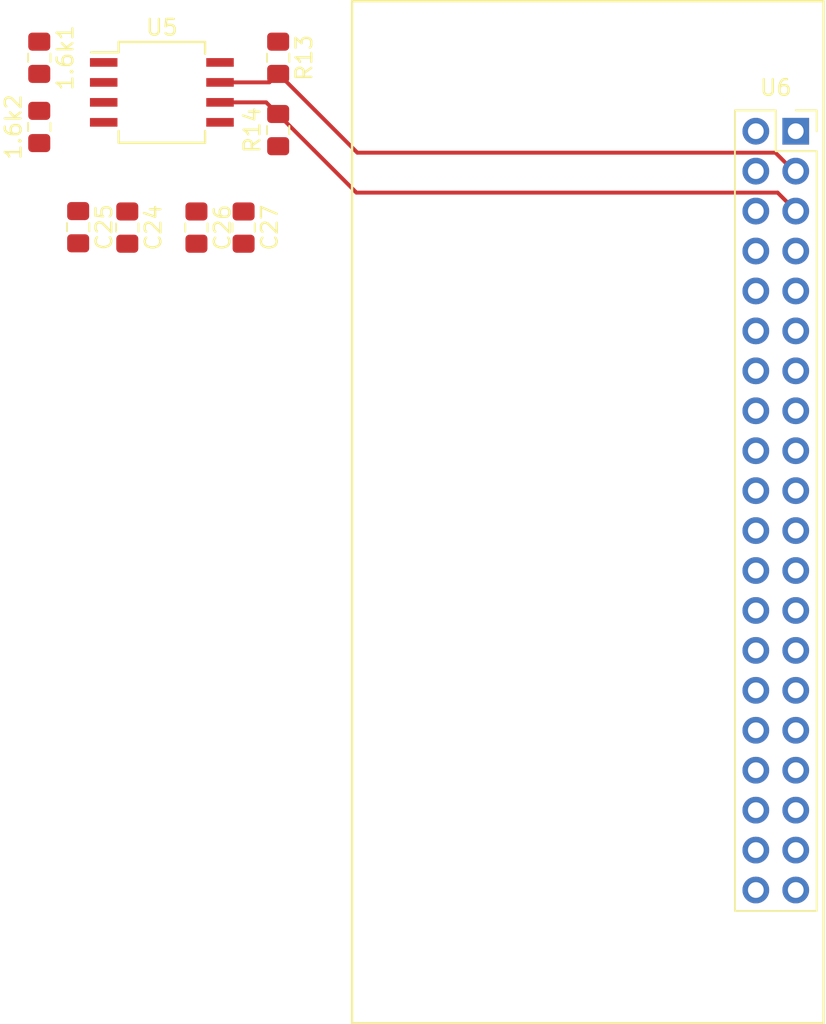
<source format=kicad_pcb>
(kicad_pcb (version 20171130) (host pcbnew "(5.0.0)")

  (general
    (thickness 1.6)
    (drawings 0)
    (tracks 12)
    (zones 0)
    (modules 10)
    (nets 36)
  )

  (page A4)
  (layers
    (0 F.Cu signal)
    (31 B.Cu signal)
    (32 B.Adhes user)
    (33 F.Adhes user)
    (34 B.Paste user)
    (35 F.Paste user)
    (36 B.SilkS user)
    (37 F.SilkS user)
    (38 B.Mask user)
    (39 F.Mask user)
    (40 Dwgs.User user)
    (41 Cmts.User user)
    (42 Eco1.User user)
    (43 Eco2.User user)
    (44 Edge.Cuts user)
    (45 Margin user)
    (46 B.CrtYd user)
    (47 F.CrtYd user)
    (48 B.Fab user)
    (49 F.Fab user)
  )

  (setup
    (last_trace_width 0.25)
    (trace_clearance 0.2)
    (zone_clearance 0.508)
    (zone_45_only no)
    (trace_min 0.2)
    (segment_width 0.2)
    (edge_width 0.1)
    (via_size 0.8)
    (via_drill 0.4)
    (via_min_size 0.4)
    (via_min_drill 0.3)
    (uvia_size 0.3)
    (uvia_drill 0.1)
    (uvias_allowed no)
    (uvia_min_size 0.2)
    (uvia_min_drill 0.1)
    (pcb_text_width 0.3)
    (pcb_text_size 1.5 1.5)
    (mod_edge_width 0.15)
    (mod_text_size 1 1)
    (mod_text_width 0.15)
    (pad_size 1.5 1.5)
    (pad_drill 0.6)
    (pad_to_mask_clearance 0)
    (aux_axis_origin 0 0)
    (visible_elements 7FFFFFFF)
    (pcbplotparams
      (layerselection 0x010fc_ffffffff)
      (usegerberextensions false)
      (usegerberattributes false)
      (usegerberadvancedattributes false)
      (creategerberjobfile false)
      (excludeedgelayer true)
      (linewidth 0.100000)
      (plotframeref false)
      (viasonmask false)
      (mode 1)
      (useauxorigin false)
      (hpglpennumber 1)
      (hpglpenspeed 20)
      (hpglpendiameter 15.000000)
      (psnegative false)
      (psa4output false)
      (plotreference true)
      (plotvalue true)
      (plotinvisibletext false)
      (padsonsilk false)
      (subtractmaskfromsilk false)
      (outputformat 1)
      (mirror false)
      (drillshape 1)
      (scaleselection 1)
      (outputdirectory ""))
  )

  (net 0 "")
  (net 1 +5VP)
  (net 2 /SDA_iso)
  (net 3 /SCL_iso)
  (net 4 GNDPWR)
  (net 5 5VPI)
  (net 6 GNDS)
  (net 7 "Net-(R13-Pad2)")
  (net 8 "Net-(R14-Pad2)")
  (net 9 +3V3)
  (net 10 "Net-(U6-Pad7)")
  (net 11 "Net-(U6-Pad8)")
  (net 12 "Net-(U6-Pad10)")
  (net 13 "Net-(U6-Pad11)")
  (net 14 "Net-(U6-Pad12)")
  (net 15 "Net-(U6-Pad13)")
  (net 16 "Net-(U6-Pad15)")
  (net 17 "Net-(U6-Pad16)")
  (net 18 "Net-(U6-Pad18)")
  (net 19 "Net-(U6-Pad19)")
  (net 20 "Net-(U6-Pad21)")
  (net 21 "Net-(U6-Pad22)")
  (net 22 "Net-(U6-Pad23)")
  (net 23 "Net-(U6-Pad24)")
  (net 24 "Net-(U6-Pad26)")
  (net 25 "Net-(U6-Pad27)")
  (net 26 "Net-(U6-Pad28)")
  (net 27 "Net-(U6-Pad29)")
  (net 28 "Net-(U6-Pad31)")
  (net 29 "Net-(U6-Pad32)")
  (net 30 "Net-(U6-Pad33)")
  (net 31 "Net-(U6-Pad35)")
  (net 32 "Net-(U6-Pad36)")
  (net 33 "Net-(U6-Pad37)")
  (net 34 "Net-(U6-Pad38)")
  (net 35 "Net-(U6-Pad40)")

  (net_class Default "This is the default net class."
    (clearance 0.2)
    (trace_width 0.25)
    (via_dia 0.8)
    (via_drill 0.4)
    (uvia_dia 0.3)
    (uvia_drill 0.1)
    (add_net +3V3)
    (add_net +5VP)
    (add_net /SCL_iso)
    (add_net /SDA_iso)
    (add_net 5VPI)
    (add_net GNDPWR)
    (add_net GNDS)
    (add_net "Net-(R13-Pad2)")
    (add_net "Net-(R14-Pad2)")
    (add_net "Net-(U6-Pad10)")
    (add_net "Net-(U6-Pad11)")
    (add_net "Net-(U6-Pad12)")
    (add_net "Net-(U6-Pad13)")
    (add_net "Net-(U6-Pad15)")
    (add_net "Net-(U6-Pad16)")
    (add_net "Net-(U6-Pad18)")
    (add_net "Net-(U6-Pad19)")
    (add_net "Net-(U6-Pad21)")
    (add_net "Net-(U6-Pad22)")
    (add_net "Net-(U6-Pad23)")
    (add_net "Net-(U6-Pad24)")
    (add_net "Net-(U6-Pad26)")
    (add_net "Net-(U6-Pad27)")
    (add_net "Net-(U6-Pad28)")
    (add_net "Net-(U6-Pad29)")
    (add_net "Net-(U6-Pad31)")
    (add_net "Net-(U6-Pad32)")
    (add_net "Net-(U6-Pad33)")
    (add_net "Net-(U6-Pad35)")
    (add_net "Net-(U6-Pad36)")
    (add_net "Net-(U6-Pad37)")
    (add_net "Net-(U6-Pad38)")
    (add_net "Net-(U6-Pad40)")
    (add_net "Net-(U6-Pad7)")
    (add_net "Net-(U6-Pad8)")
  )

  (module Resistor_SMD:R_0805_2012Metric_Pad1.15x1.40mm_HandSolder (layer F.Cu) (tedit 5B36C52B) (tstamp 5C180440)
    (at 103.2 65.4 270)
    (descr "Resistor SMD 0805 (2012 Metric), square (rectangular) end terminal, IPC_7351 nominal with elongated pad for handsoldering. (Body size source: https://docs.google.com/spreadsheets/d/1BsfQQcO9C6DZCsRaXUlFlo91Tg2WpOkGARC1WS5S8t0/edit?usp=sharing), generated with kicad-footprint-generator")
    (tags "resistor handsolder")
    (path /5BC3D0E6)
    (attr smd)
    (fp_text reference 1.6k1 (at 0 -1.65 270) (layer F.SilkS)
      (effects (font (size 1 1) (thickness 0.15)))
    )
    (fp_text value R_Small (at 0 1.65 270) (layer F.Fab)
      (effects (font (size 1 1) (thickness 0.15)))
    )
    (fp_line (start -1 0.6) (end -1 -0.6) (layer F.Fab) (width 0.1))
    (fp_line (start -1 -0.6) (end 1 -0.6) (layer F.Fab) (width 0.1))
    (fp_line (start 1 -0.6) (end 1 0.6) (layer F.Fab) (width 0.1))
    (fp_line (start 1 0.6) (end -1 0.6) (layer F.Fab) (width 0.1))
    (fp_line (start -0.261252 -0.71) (end 0.261252 -0.71) (layer F.SilkS) (width 0.12))
    (fp_line (start -0.261252 0.71) (end 0.261252 0.71) (layer F.SilkS) (width 0.12))
    (fp_line (start -1.85 0.95) (end -1.85 -0.95) (layer F.CrtYd) (width 0.05))
    (fp_line (start -1.85 -0.95) (end 1.85 -0.95) (layer F.CrtYd) (width 0.05))
    (fp_line (start 1.85 -0.95) (end 1.85 0.95) (layer F.CrtYd) (width 0.05))
    (fp_line (start 1.85 0.95) (end -1.85 0.95) (layer F.CrtYd) (width 0.05))
    (fp_text user %R (at 0 0 270) (layer F.Fab)
      (effects (font (size 0.5 0.5) (thickness 0.08)))
    )
    (pad 1 smd roundrect (at -1.025 0 270) (size 1.15 1.4) (layers F.Cu F.Paste F.Mask) (roundrect_rratio 0.217391)
      (net 1 +5VP))
    (pad 2 smd roundrect (at 1.025 0 270) (size 1.15 1.4) (layers F.Cu F.Paste F.Mask) (roundrect_rratio 0.217391)
      (net 2 /SDA_iso))
    (model ${KISYS3DMOD}/Resistor_SMD.3dshapes/R_0805_2012Metric.wrl
      (at (xyz 0 0 0))
      (scale (xyz 1 1 1))
      (rotate (xyz 0 0 0))
    )
  )

  (module Resistor_SMD:R_0805_2012Metric_Pad1.15x1.40mm_HandSolder (layer F.Cu) (tedit 5B36C52B) (tstamp 5C180451)
    (at 103.2 69.8 90)
    (descr "Resistor SMD 0805 (2012 Metric), square (rectangular) end terminal, IPC_7351 nominal with elongated pad for handsoldering. (Body size source: https://docs.google.com/spreadsheets/d/1BsfQQcO9C6DZCsRaXUlFlo91Tg2WpOkGARC1WS5S8t0/edit?usp=sharing), generated with kicad-footprint-generator")
    (tags "resistor handsolder")
    (path /5BC3D142)
    (attr smd)
    (fp_text reference 1.6k2 (at 0 -1.65 90) (layer F.SilkS)
      (effects (font (size 1 1) (thickness 0.15)))
    )
    (fp_text value R_Small (at 0 1.65 90) (layer F.Fab)
      (effects (font (size 1 1) (thickness 0.15)))
    )
    (fp_text user %R (at 0 0 90) (layer F.Fab)
      (effects (font (size 0.5 0.5) (thickness 0.08)))
    )
    (fp_line (start 1.85 0.95) (end -1.85 0.95) (layer F.CrtYd) (width 0.05))
    (fp_line (start 1.85 -0.95) (end 1.85 0.95) (layer F.CrtYd) (width 0.05))
    (fp_line (start -1.85 -0.95) (end 1.85 -0.95) (layer F.CrtYd) (width 0.05))
    (fp_line (start -1.85 0.95) (end -1.85 -0.95) (layer F.CrtYd) (width 0.05))
    (fp_line (start -0.261252 0.71) (end 0.261252 0.71) (layer F.SilkS) (width 0.12))
    (fp_line (start -0.261252 -0.71) (end 0.261252 -0.71) (layer F.SilkS) (width 0.12))
    (fp_line (start 1 0.6) (end -1 0.6) (layer F.Fab) (width 0.1))
    (fp_line (start 1 -0.6) (end 1 0.6) (layer F.Fab) (width 0.1))
    (fp_line (start -1 -0.6) (end 1 -0.6) (layer F.Fab) (width 0.1))
    (fp_line (start -1 0.6) (end -1 -0.6) (layer F.Fab) (width 0.1))
    (pad 2 smd roundrect (at 1.025 0 90) (size 1.15 1.4) (layers F.Cu F.Paste F.Mask) (roundrect_rratio 0.217391)
      (net 3 /SCL_iso))
    (pad 1 smd roundrect (at -1.025 0 90) (size 1.15 1.4) (layers F.Cu F.Paste F.Mask) (roundrect_rratio 0.217391)
      (net 1 +5VP))
    (model ${KISYS3DMOD}/Resistor_SMD.3dshapes/R_0805_2012Metric.wrl
      (at (xyz 0 0 0))
      (scale (xyz 1 1 1))
      (rotate (xyz 0 0 0))
    )
  )

  (module Capacitor_SMD:C_0805_2012Metric_Pad1.15x1.40mm_HandSolder (layer F.Cu) (tedit 5B36C52B) (tstamp 5C180462)
    (at 108.8 76.2 270)
    (descr "Capacitor SMD 0805 (2012 Metric), square (rectangular) end terminal, IPC_7351 nominal with elongated pad for handsoldering. (Body size source: https://docs.google.com/spreadsheets/d/1BsfQQcO9C6DZCsRaXUlFlo91Tg2WpOkGARC1WS5S8t0/edit?usp=sharing), generated with kicad-footprint-generator")
    (tags "capacitor handsolder")
    (path /5BC10FC8)
    (attr smd)
    (fp_text reference C24 (at 0 -1.65 270) (layer F.SilkS)
      (effects (font (size 1 1) (thickness 0.15)))
    )
    (fp_text value 0.01u (at 0 1.65 270) (layer F.Fab)
      (effects (font (size 1 1) (thickness 0.15)))
    )
    (fp_line (start -1 0.6) (end -1 -0.6) (layer F.Fab) (width 0.1))
    (fp_line (start -1 -0.6) (end 1 -0.6) (layer F.Fab) (width 0.1))
    (fp_line (start 1 -0.6) (end 1 0.6) (layer F.Fab) (width 0.1))
    (fp_line (start 1 0.6) (end -1 0.6) (layer F.Fab) (width 0.1))
    (fp_line (start -0.261252 -0.71) (end 0.261252 -0.71) (layer F.SilkS) (width 0.12))
    (fp_line (start -0.261252 0.71) (end 0.261252 0.71) (layer F.SilkS) (width 0.12))
    (fp_line (start -1.85 0.95) (end -1.85 -0.95) (layer F.CrtYd) (width 0.05))
    (fp_line (start -1.85 -0.95) (end 1.85 -0.95) (layer F.CrtYd) (width 0.05))
    (fp_line (start 1.85 -0.95) (end 1.85 0.95) (layer F.CrtYd) (width 0.05))
    (fp_line (start 1.85 0.95) (end -1.85 0.95) (layer F.CrtYd) (width 0.05))
    (fp_text user %R (at 0 0 270) (layer F.Fab)
      (effects (font (size 0.5 0.5) (thickness 0.08)))
    )
    (pad 1 smd roundrect (at -1.025 0 270) (size 1.15 1.4) (layers F.Cu F.Paste F.Mask) (roundrect_rratio 0.217391)
      (net 1 +5VP))
    (pad 2 smd roundrect (at 1.025 0 270) (size 1.15 1.4) (layers F.Cu F.Paste F.Mask) (roundrect_rratio 0.217391)
      (net 4 GNDPWR))
    (model ${KISYS3DMOD}/Capacitor_SMD.3dshapes/C_0805_2012Metric.wrl
      (at (xyz 0 0 0))
      (scale (xyz 1 1 1))
      (rotate (xyz 0 0 0))
    )
  )

  (module Capacitor_SMD:C_0805_2012Metric_Pad1.15x1.40mm_HandSolder (layer F.Cu) (tedit 5B36C52B) (tstamp 5C180473)
    (at 105.674999 76.175001 270)
    (descr "Capacitor SMD 0805 (2012 Metric), square (rectangular) end terminal, IPC_7351 nominal with elongated pad for handsoldering. (Body size source: https://docs.google.com/spreadsheets/d/1BsfQQcO9C6DZCsRaXUlFlo91Tg2WpOkGARC1WS5S8t0/edit?usp=sharing), generated with kicad-footprint-generator")
    (tags "capacitor handsolder")
    (path /5BC10FCF)
    (attr smd)
    (fp_text reference C25 (at 0 -1.65 270) (layer F.SilkS)
      (effects (font (size 1 1) (thickness 0.15)))
    )
    (fp_text value 0.1u (at 0 1.65 270) (layer F.Fab)
      (effects (font (size 1 1) (thickness 0.15)))
    )
    (fp_text user %R (at 0 0 270) (layer F.Fab)
      (effects (font (size 0.5 0.5) (thickness 0.08)))
    )
    (fp_line (start 1.85 0.95) (end -1.85 0.95) (layer F.CrtYd) (width 0.05))
    (fp_line (start 1.85 -0.95) (end 1.85 0.95) (layer F.CrtYd) (width 0.05))
    (fp_line (start -1.85 -0.95) (end 1.85 -0.95) (layer F.CrtYd) (width 0.05))
    (fp_line (start -1.85 0.95) (end -1.85 -0.95) (layer F.CrtYd) (width 0.05))
    (fp_line (start -0.261252 0.71) (end 0.261252 0.71) (layer F.SilkS) (width 0.12))
    (fp_line (start -0.261252 -0.71) (end 0.261252 -0.71) (layer F.SilkS) (width 0.12))
    (fp_line (start 1 0.6) (end -1 0.6) (layer F.Fab) (width 0.1))
    (fp_line (start 1 -0.6) (end 1 0.6) (layer F.Fab) (width 0.1))
    (fp_line (start -1 -0.6) (end 1 -0.6) (layer F.Fab) (width 0.1))
    (fp_line (start -1 0.6) (end -1 -0.6) (layer F.Fab) (width 0.1))
    (pad 2 smd roundrect (at 1.025 0 270) (size 1.15 1.4) (layers F.Cu F.Paste F.Mask) (roundrect_rratio 0.217391)
      (net 4 GNDPWR))
    (pad 1 smd roundrect (at -1.025 0 270) (size 1.15 1.4) (layers F.Cu F.Paste F.Mask) (roundrect_rratio 0.217391)
      (net 1 +5VP))
    (model ${KISYS3DMOD}/Capacitor_SMD.3dshapes/C_0805_2012Metric.wrl
      (at (xyz 0 0 0))
      (scale (xyz 1 1 1))
      (rotate (xyz 0 0 0))
    )
  )

  (module Capacitor_SMD:C_0805_2012Metric_Pad1.15x1.40mm_HandSolder (layer F.Cu) (tedit 5B36C52B) (tstamp 5C180484)
    (at 113.2 76.2 270)
    (descr "Capacitor SMD 0805 (2012 Metric), square (rectangular) end terminal, IPC_7351 nominal with elongated pad for handsoldering. (Body size source: https://docs.google.com/spreadsheets/d/1BsfQQcO9C6DZCsRaXUlFlo91Tg2WpOkGARC1WS5S8t0/edit?usp=sharing), generated with kicad-footprint-generator")
    (tags "capacitor handsolder")
    (path /5BC0F07A)
    (attr smd)
    (fp_text reference C26 (at 0 -1.65 270) (layer F.SilkS)
      (effects (font (size 1 1) (thickness 0.15)))
    )
    (fp_text value 0.01u (at 0 1.65 270) (layer F.Fab)
      (effects (font (size 1 1) (thickness 0.15)))
    )
    (fp_line (start -1 0.6) (end -1 -0.6) (layer F.Fab) (width 0.1))
    (fp_line (start -1 -0.6) (end 1 -0.6) (layer F.Fab) (width 0.1))
    (fp_line (start 1 -0.6) (end 1 0.6) (layer F.Fab) (width 0.1))
    (fp_line (start 1 0.6) (end -1 0.6) (layer F.Fab) (width 0.1))
    (fp_line (start -0.261252 -0.71) (end 0.261252 -0.71) (layer F.SilkS) (width 0.12))
    (fp_line (start -0.261252 0.71) (end 0.261252 0.71) (layer F.SilkS) (width 0.12))
    (fp_line (start -1.85 0.95) (end -1.85 -0.95) (layer F.CrtYd) (width 0.05))
    (fp_line (start -1.85 -0.95) (end 1.85 -0.95) (layer F.CrtYd) (width 0.05))
    (fp_line (start 1.85 -0.95) (end 1.85 0.95) (layer F.CrtYd) (width 0.05))
    (fp_line (start 1.85 0.95) (end -1.85 0.95) (layer F.CrtYd) (width 0.05))
    (fp_text user %R (at 0 0 270) (layer F.Fab)
      (effects (font (size 0.5 0.5) (thickness 0.08)))
    )
    (pad 1 smd roundrect (at -1.025 0 270) (size 1.15 1.4) (layers F.Cu F.Paste F.Mask) (roundrect_rratio 0.217391)
      (net 5 5VPI))
    (pad 2 smd roundrect (at 1.025 0 270) (size 1.15 1.4) (layers F.Cu F.Paste F.Mask) (roundrect_rratio 0.217391)
      (net 6 GNDS))
    (model ${KISYS3DMOD}/Capacitor_SMD.3dshapes/C_0805_2012Metric.wrl
      (at (xyz 0 0 0))
      (scale (xyz 1 1 1))
      (rotate (xyz 0 0 0))
    )
  )

  (module Capacitor_SMD:C_0805_2012Metric_Pad1.15x1.40mm_HandSolder (layer F.Cu) (tedit 5B36C52B) (tstamp 5C180495)
    (at 116.2 76.2 270)
    (descr "Capacitor SMD 0805 (2012 Metric), square (rectangular) end terminal, IPC_7351 nominal with elongated pad for handsoldering. (Body size source: https://docs.google.com/spreadsheets/d/1BsfQQcO9C6DZCsRaXUlFlo91Tg2WpOkGARC1WS5S8t0/edit?usp=sharing), generated with kicad-footprint-generator")
    (tags "capacitor handsolder")
    (path /5BC0F0D6)
    (attr smd)
    (fp_text reference C27 (at 0 -1.65 270) (layer F.SilkS)
      (effects (font (size 1 1) (thickness 0.15)))
    )
    (fp_text value 0.1u (at 0 1.65 270) (layer F.Fab)
      (effects (font (size 1 1) (thickness 0.15)))
    )
    (fp_text user %R (at 0 0 270) (layer F.Fab)
      (effects (font (size 0.5 0.5) (thickness 0.08)))
    )
    (fp_line (start 1.85 0.95) (end -1.85 0.95) (layer F.CrtYd) (width 0.05))
    (fp_line (start 1.85 -0.95) (end 1.85 0.95) (layer F.CrtYd) (width 0.05))
    (fp_line (start -1.85 -0.95) (end 1.85 -0.95) (layer F.CrtYd) (width 0.05))
    (fp_line (start -1.85 0.95) (end -1.85 -0.95) (layer F.CrtYd) (width 0.05))
    (fp_line (start -0.261252 0.71) (end 0.261252 0.71) (layer F.SilkS) (width 0.12))
    (fp_line (start -0.261252 -0.71) (end 0.261252 -0.71) (layer F.SilkS) (width 0.12))
    (fp_line (start 1 0.6) (end -1 0.6) (layer F.Fab) (width 0.1))
    (fp_line (start 1 -0.6) (end 1 0.6) (layer F.Fab) (width 0.1))
    (fp_line (start -1 -0.6) (end 1 -0.6) (layer F.Fab) (width 0.1))
    (fp_line (start -1 0.6) (end -1 -0.6) (layer F.Fab) (width 0.1))
    (pad 2 smd roundrect (at 1.025 0 270) (size 1.15 1.4) (layers F.Cu F.Paste F.Mask) (roundrect_rratio 0.217391)
      (net 6 GNDS))
    (pad 1 smd roundrect (at -1.025 0 270) (size 1.15 1.4) (layers F.Cu F.Paste F.Mask) (roundrect_rratio 0.217391)
      (net 5 5VPI))
    (model ${KISYS3DMOD}/Capacitor_SMD.3dshapes/C_0805_2012Metric.wrl
      (at (xyz 0 0 0))
      (scale (xyz 1 1 1))
      (rotate (xyz 0 0 0))
    )
  )

  (module Resistor_SMD:R_0805_2012Metric_Pad1.15x1.40mm_HandSolder (layer F.Cu) (tedit 5B36C52B) (tstamp 5C1804A6)
    (at 118.4 65.4 270)
    (descr "Resistor SMD 0805 (2012 Metric), square (rectangular) end terminal, IPC_7351 nominal with elongated pad for handsoldering. (Body size source: https://docs.google.com/spreadsheets/d/1BsfQQcO9C6DZCsRaXUlFlo91Tg2WpOkGARC1WS5S8t0/edit?usp=sharing), generated with kicad-footprint-generator")
    (tags "resistor handsolder")
    (path /5BC14777)
    (attr smd)
    (fp_text reference R13 (at 0 -1.65 270) (layer F.SilkS)
      (effects (font (size 1 1) (thickness 0.15)))
    )
    (fp_text value 1.6k (at 0 1.65 270) (layer F.Fab)
      (effects (font (size 1 1) (thickness 0.15)))
    )
    (fp_line (start -1 0.6) (end -1 -0.6) (layer F.Fab) (width 0.1))
    (fp_line (start -1 -0.6) (end 1 -0.6) (layer F.Fab) (width 0.1))
    (fp_line (start 1 -0.6) (end 1 0.6) (layer F.Fab) (width 0.1))
    (fp_line (start 1 0.6) (end -1 0.6) (layer F.Fab) (width 0.1))
    (fp_line (start -0.261252 -0.71) (end 0.261252 -0.71) (layer F.SilkS) (width 0.12))
    (fp_line (start -0.261252 0.71) (end 0.261252 0.71) (layer F.SilkS) (width 0.12))
    (fp_line (start -1.85 0.95) (end -1.85 -0.95) (layer F.CrtYd) (width 0.05))
    (fp_line (start -1.85 -0.95) (end 1.85 -0.95) (layer F.CrtYd) (width 0.05))
    (fp_line (start 1.85 -0.95) (end 1.85 0.95) (layer F.CrtYd) (width 0.05))
    (fp_line (start 1.85 0.95) (end -1.85 0.95) (layer F.CrtYd) (width 0.05))
    (fp_text user %R (at 0 0 270) (layer F.Fab)
      (effects (font (size 0.5 0.5) (thickness 0.08)))
    )
    (pad 1 smd roundrect (at -1.025 0 270) (size 1.15 1.4) (layers F.Cu F.Paste F.Mask) (roundrect_rratio 0.217391)
      (net 1 +5VP))
    (pad 2 smd roundrect (at 1.025 0 270) (size 1.15 1.4) (layers F.Cu F.Paste F.Mask) (roundrect_rratio 0.217391)
      (net 7 "Net-(R13-Pad2)"))
    (model ${KISYS3DMOD}/Resistor_SMD.3dshapes/R_0805_2012Metric.wrl
      (at (xyz 0 0 0))
      (scale (xyz 1 1 1))
      (rotate (xyz 0 0 0))
    )
  )

  (module Resistor_SMD:R_0805_2012Metric_Pad1.15x1.40mm_HandSolder (layer F.Cu) (tedit 5B36C52B) (tstamp 5C1804B7)
    (at 118.4 70 90)
    (descr "Resistor SMD 0805 (2012 Metric), square (rectangular) end terminal, IPC_7351 nominal with elongated pad for handsoldering. (Body size source: https://docs.google.com/spreadsheets/d/1BsfQQcO9C6DZCsRaXUlFlo91Tg2WpOkGARC1WS5S8t0/edit?usp=sharing), generated with kicad-footprint-generator")
    (tags "resistor handsolder")
    (path /5BC147B7)
    (attr smd)
    (fp_text reference R14 (at 0 -1.65 90) (layer F.SilkS)
      (effects (font (size 1 1) (thickness 0.15)))
    )
    (fp_text value 1.6k (at 0 1.65 90) (layer F.Fab)
      (effects (font (size 1 1) (thickness 0.15)))
    )
    (fp_text user %R (at 0 0 90) (layer F.Fab)
      (effects (font (size 0.5 0.5) (thickness 0.08)))
    )
    (fp_line (start 1.85 0.95) (end -1.85 0.95) (layer F.CrtYd) (width 0.05))
    (fp_line (start 1.85 -0.95) (end 1.85 0.95) (layer F.CrtYd) (width 0.05))
    (fp_line (start -1.85 -0.95) (end 1.85 -0.95) (layer F.CrtYd) (width 0.05))
    (fp_line (start -1.85 0.95) (end -1.85 -0.95) (layer F.CrtYd) (width 0.05))
    (fp_line (start -0.261252 0.71) (end 0.261252 0.71) (layer F.SilkS) (width 0.12))
    (fp_line (start -0.261252 -0.71) (end 0.261252 -0.71) (layer F.SilkS) (width 0.12))
    (fp_line (start 1 0.6) (end -1 0.6) (layer F.Fab) (width 0.1))
    (fp_line (start 1 -0.6) (end 1 0.6) (layer F.Fab) (width 0.1))
    (fp_line (start -1 -0.6) (end 1 -0.6) (layer F.Fab) (width 0.1))
    (fp_line (start -1 0.6) (end -1 -0.6) (layer F.Fab) (width 0.1))
    (pad 2 smd roundrect (at 1.025 0 90) (size 1.15 1.4) (layers F.Cu F.Paste F.Mask) (roundrect_rratio 0.217391)
      (net 8 "Net-(R14-Pad2)"))
    (pad 1 smd roundrect (at -1.025 0 90) (size 1.15 1.4) (layers F.Cu F.Paste F.Mask) (roundrect_rratio 0.217391)
      (net 1 +5VP))
    (model ${KISYS3DMOD}/Resistor_SMD.3dshapes/R_0805_2012Metric.wrl
      (at (xyz 0 0 0))
      (scale (xyz 1 1 1))
      (rotate (xyz 0 0 0))
    )
  )

  (module Package_SO:SO-8_5.3x6.2mm_P1.27mm (layer F.Cu) (tedit 5A02F2D3) (tstamp 5C1804D4)
    (at 111 67.6)
    (descr "8-Lead Plastic Small Outline, 5.3x6.2mm Body (http://www.ti.com.cn/cn/lit/ds/symlink/tl7705a.pdf)")
    (tags "SOIC 1.27")
    (path /5BC0DA0C)
    (attr smd)
    (fp_text reference U5 (at 0 -4.13) (layer F.SilkS)
      (effects (font (size 1 1) (thickness 0.15)))
    )
    (fp_text value ADuM1250 (at 0 4.13) (layer F.Fab)
      (effects (font (size 1 1) (thickness 0.15)))
    )
    (fp_text user %R (at 0 0) (layer F.Fab)
      (effects (font (size 1 1) (thickness 0.15)))
    )
    (fp_line (start -1.65 -3.1) (end 2.65 -3.1) (layer F.Fab) (width 0.15))
    (fp_line (start 2.65 -3.1) (end 2.65 3.1) (layer F.Fab) (width 0.15))
    (fp_line (start 2.65 3.1) (end -2.65 3.1) (layer F.Fab) (width 0.15))
    (fp_line (start -2.65 3.1) (end -2.65 -2.1) (layer F.Fab) (width 0.15))
    (fp_line (start -2.65 -2.1) (end -1.65 -3.1) (layer F.Fab) (width 0.15))
    (fp_line (start -4.83 -3.35) (end -4.83 3.35) (layer F.CrtYd) (width 0.05))
    (fp_line (start 4.83 -3.35) (end 4.83 3.35) (layer F.CrtYd) (width 0.05))
    (fp_line (start -4.83 -3.35) (end 4.83 -3.35) (layer F.CrtYd) (width 0.05))
    (fp_line (start -4.83 3.35) (end 4.83 3.35) (layer F.CrtYd) (width 0.05))
    (fp_line (start -2.75 -3.205) (end -2.75 -2.55) (layer F.SilkS) (width 0.15))
    (fp_line (start 2.75 -3.205) (end 2.75 -2.455) (layer F.SilkS) (width 0.15))
    (fp_line (start 2.75 3.205) (end 2.75 2.455) (layer F.SilkS) (width 0.15))
    (fp_line (start -2.75 3.205) (end -2.75 2.455) (layer F.SilkS) (width 0.15))
    (fp_line (start -2.75 -3.205) (end 2.75 -3.205) (layer F.SilkS) (width 0.15))
    (fp_line (start -2.75 3.205) (end 2.75 3.205) (layer F.SilkS) (width 0.15))
    (fp_line (start -2.75 -2.55) (end -4.5 -2.55) (layer F.SilkS) (width 0.15))
    (pad 1 smd rect (at -3.7 -1.905) (size 1.75 0.55) (layers F.Cu F.Paste F.Mask)
      (net 1 +5VP))
    (pad 2 smd rect (at -3.7 -0.635) (size 1.75 0.55) (layers F.Cu F.Paste F.Mask)
      (net 2 /SDA_iso))
    (pad 3 smd rect (at -3.7 0.635) (size 1.75 0.55) (layers F.Cu F.Paste F.Mask)
      (net 3 /SCL_iso))
    (pad 4 smd rect (at -3.7 1.905) (size 1.75 0.55) (layers F.Cu F.Paste F.Mask)
      (net 4 GNDPWR))
    (pad 5 smd rect (at 3.7 1.905) (size 1.75 0.55) (layers F.Cu F.Paste F.Mask)
      (net 6 GNDS))
    (pad 6 smd rect (at 3.7 0.635) (size 1.75 0.55) (layers F.Cu F.Paste F.Mask)
      (net 8 "Net-(R14-Pad2)"))
    (pad 7 smd rect (at 3.7 -0.635) (size 1.75 0.55) (layers F.Cu F.Paste F.Mask)
      (net 7 "Net-(R13-Pad2)"))
    (pad 8 smd rect (at 3.7 -1.905) (size 1.75 0.55) (layers F.Cu F.Paste F.Mask)
      (net 1 +5VP))
    (model ${KISYS3DMOD}/Package_SO.3dshapes/SO-8_5.3x6.2mm_P1.27mm.wrl
      (at (xyz 0 0 0))
      (scale (xyz 1 1 1))
      (rotate (xyz 0 0 0))
    )
  )

  (module rov:PI_ZERO (layer F.Cu) (tedit 5C180609) (tstamp 5C1C85F3)
    (at 152.6 68.8)
    (descr "Through hole straight socket strip, 2x20, 2.54mm pitch, double cols (from Kicad 4.0.7), script generated")
    (tags "Through hole socket strip THT 2x20 2.54mm double row")
    (path /5BBFB23A)
    (fp_text reference U6 (at -2.54 -1.5) (layer F.SilkS)
      (effects (font (size 1 1) (thickness 0.15)))
    )
    (fp_text value PI_ZERO (at -2.54 52.3) (layer F.Fab)
      (effects (font (size 1 1) (thickness 0.15)))
    )
    (fp_line (start -5.08 0) (end -1 0) (layer F.Fab) (width 0.1))
    (fp_line (start -1 0) (end 0 1) (layer F.Fab) (width 0.1))
    (fp_line (start 0 1) (end 0 50.8) (layer F.Fab) (width 0.1))
    (fp_line (start 0 50.8) (end -5.08 50.8) (layer F.Fab) (width 0.1))
    (fp_line (start -5.08 50.8) (end -5.08 0) (layer F.Fab) (width 0.1))
    (fp_line (start -5.14 -0.06) (end -2.54 -0.06) (layer F.SilkS) (width 0.12))
    (fp_line (start -5.14 -0.06) (end -5.14 50.86) (layer F.SilkS) (width 0.12))
    (fp_line (start -5.14 50.86) (end 0.06 50.86) (layer F.SilkS) (width 0.12))
    (fp_line (start 0.06 2.54) (end 0.06 50.86) (layer F.SilkS) (width 0.12))
    (fp_line (start -2.54 2.54) (end 0.06 2.54) (layer F.SilkS) (width 0.12))
    (fp_line (start -2.54 -0.06) (end -2.54 2.54) (layer F.SilkS) (width 0.12))
    (fp_line (start 0.06 -0.06) (end 0.06 1.27) (layer F.SilkS) (width 0.12))
    (fp_line (start -1.27 -0.06) (end 0.06 -0.06) (layer F.SilkS) (width 0.12))
    (fp_line (start -5.61 -0.53) (end 0.49 -0.53) (layer F.CrtYd) (width 0.05))
    (fp_line (start 0.49 -0.53) (end 0.49 51.27) (layer F.CrtYd) (width 0.05))
    (fp_line (start 0.49 51.27) (end -5.61 51.27) (layer F.CrtYd) (width 0.05))
    (fp_line (start -5.61 51.27) (end -5.61 -0.53) (layer F.CrtYd) (width 0.05))
    (fp_text user %R (at -2.54 25.4 90) (layer F.Fab)
      (effects (font (size 1 1) (thickness 0.15)))
    )
    (fp_line (start 0.5 58) (end -29.5 58) (layer F.SilkS) (width 0.15))
    (fp_line (start -29.5 58) (end -29.5 -7) (layer F.SilkS) (width 0.15))
    (fp_line (start 0.5 -7) (end 0.5 58) (layer F.SilkS) (width 0.15))
    (fp_line (start 0.5 -7) (end -29.5 -7) (layer F.SilkS) (width 0.15))
    (pad 1 thru_hole rect (at -1.27 1.27) (size 1.7 1.7) (drill 1) (layers *.Cu *.Mask)
      (net 9 +3V3))
    (pad 2 thru_hole oval (at -3.81 1.27) (size 1.7 1.7) (drill 1) (layers *.Cu *.Mask)
      (net 5 5VPI))
    (pad 3 thru_hole oval (at -1.27 3.81) (size 1.7 1.7) (drill 1) (layers *.Cu *.Mask)
      (net 7 "Net-(R13-Pad2)"))
    (pad 4 thru_hole oval (at -3.81 3.81) (size 1.7 1.7) (drill 1) (layers *.Cu *.Mask)
      (net 5 5VPI))
    (pad 5 thru_hole oval (at -1.27 6.35) (size 1.7 1.7) (drill 1) (layers *.Cu *.Mask)
      (net 8 "Net-(R14-Pad2)"))
    (pad 6 thru_hole oval (at -3.81 6.35) (size 1.7 1.7) (drill 1) (layers *.Cu *.Mask)
      (net 6 GNDS))
    (pad 7 thru_hole oval (at -1.27 8.89) (size 1.7 1.7) (drill 1) (layers *.Cu *.Mask)
      (net 10 "Net-(U6-Pad7)"))
    (pad 8 thru_hole oval (at -3.81 8.89) (size 1.7 1.7) (drill 1) (layers *.Cu *.Mask)
      (net 11 "Net-(U6-Pad8)"))
    (pad 9 thru_hole oval (at -1.27 11.43) (size 1.7 1.7) (drill 1) (layers *.Cu *.Mask)
      (net 6 GNDS))
    (pad 10 thru_hole oval (at -3.81 11.43) (size 1.7 1.7) (drill 1) (layers *.Cu *.Mask)
      (net 12 "Net-(U6-Pad10)"))
    (pad 11 thru_hole oval (at -1.27 13.97) (size 1.7 1.7) (drill 1) (layers *.Cu *.Mask)
      (net 13 "Net-(U6-Pad11)"))
    (pad 12 thru_hole oval (at -3.81 13.97) (size 1.7 1.7) (drill 1) (layers *.Cu *.Mask)
      (net 14 "Net-(U6-Pad12)"))
    (pad 13 thru_hole oval (at -1.27 16.51) (size 1.7 1.7) (drill 1) (layers *.Cu *.Mask)
      (net 15 "Net-(U6-Pad13)"))
    (pad 14 thru_hole oval (at -3.81 16.51) (size 1.7 1.7) (drill 1) (layers *.Cu *.Mask)
      (net 6 GNDS))
    (pad 15 thru_hole oval (at -1.27 19.05) (size 1.7 1.7) (drill 1) (layers *.Cu *.Mask)
      (net 16 "Net-(U6-Pad15)"))
    (pad 16 thru_hole oval (at -3.81 19.05) (size 1.7 1.7) (drill 1) (layers *.Cu *.Mask)
      (net 17 "Net-(U6-Pad16)"))
    (pad 17 thru_hole oval (at -1.27 21.59) (size 1.7 1.7) (drill 1) (layers *.Cu *.Mask)
      (net 9 +3V3))
    (pad 18 thru_hole oval (at -3.81 21.59) (size 1.7 1.7) (drill 1) (layers *.Cu *.Mask)
      (net 18 "Net-(U6-Pad18)"))
    (pad 19 thru_hole oval (at -1.27 24.13) (size 1.7 1.7) (drill 1) (layers *.Cu *.Mask)
      (net 19 "Net-(U6-Pad19)"))
    (pad 20 thru_hole oval (at -3.81 24.13) (size 1.7 1.7) (drill 1) (layers *.Cu *.Mask)
      (net 6 GNDS))
    (pad 21 thru_hole oval (at -1.27 26.67) (size 1.7 1.7) (drill 1) (layers *.Cu *.Mask)
      (net 20 "Net-(U6-Pad21)"))
    (pad 22 thru_hole oval (at -3.81 26.67) (size 1.7 1.7) (drill 1) (layers *.Cu *.Mask)
      (net 21 "Net-(U6-Pad22)"))
    (pad 23 thru_hole oval (at -1.27 29.21) (size 1.7 1.7) (drill 1) (layers *.Cu *.Mask)
      (net 22 "Net-(U6-Pad23)"))
    (pad 24 thru_hole oval (at -3.81 29.21) (size 1.7 1.7) (drill 1) (layers *.Cu *.Mask)
      (net 23 "Net-(U6-Pad24)"))
    (pad 25 thru_hole oval (at -1.27 31.75) (size 1.7 1.7) (drill 1) (layers *.Cu *.Mask)
      (net 6 GNDS))
    (pad 26 thru_hole oval (at -3.81 31.75) (size 1.7 1.7) (drill 1) (layers *.Cu *.Mask)
      (net 24 "Net-(U6-Pad26)"))
    (pad 27 thru_hole oval (at -1.27 34.29) (size 1.7 1.7) (drill 1) (layers *.Cu *.Mask)
      (net 25 "Net-(U6-Pad27)"))
    (pad 28 thru_hole oval (at -3.81 34.29) (size 1.7 1.7) (drill 1) (layers *.Cu *.Mask)
      (net 26 "Net-(U6-Pad28)"))
    (pad 29 thru_hole oval (at -1.27 36.83) (size 1.7 1.7) (drill 1) (layers *.Cu *.Mask)
      (net 27 "Net-(U6-Pad29)"))
    (pad 30 thru_hole oval (at -3.81 36.83) (size 1.7 1.7) (drill 1) (layers *.Cu *.Mask)
      (net 6 GNDS))
    (pad 31 thru_hole oval (at -1.27 39.37) (size 1.7 1.7) (drill 1) (layers *.Cu *.Mask)
      (net 28 "Net-(U6-Pad31)"))
    (pad 32 thru_hole oval (at -3.81 39.37) (size 1.7 1.7) (drill 1) (layers *.Cu *.Mask)
      (net 29 "Net-(U6-Pad32)"))
    (pad 33 thru_hole oval (at -1.27 41.91) (size 1.7 1.7) (drill 1) (layers *.Cu *.Mask)
      (net 30 "Net-(U6-Pad33)"))
    (pad 34 thru_hole oval (at -3.81 41.91) (size 1.7 1.7) (drill 1) (layers *.Cu *.Mask)
      (net 6 GNDS))
    (pad 35 thru_hole oval (at -1.27 44.45) (size 1.7 1.7) (drill 1) (layers *.Cu *.Mask)
      (net 31 "Net-(U6-Pad35)"))
    (pad 36 thru_hole oval (at -3.81 44.45) (size 1.7 1.7) (drill 1) (layers *.Cu *.Mask)
      (net 32 "Net-(U6-Pad36)"))
    (pad 37 thru_hole oval (at -1.27 46.99) (size 1.7 1.7) (drill 1) (layers *.Cu *.Mask)
      (net 33 "Net-(U6-Pad37)"))
    (pad 38 thru_hole oval (at -3.81 46.99) (size 1.7 1.7) (drill 1) (layers *.Cu *.Mask)
      (net 34 "Net-(U6-Pad38)"))
    (pad 39 thru_hole oval (at -1.27 49.53) (size 1.7 1.7) (drill 1) (layers *.Cu *.Mask)
      (net 6 GNDS))
    (pad 40 thru_hole oval (at -3.81 49.53) (size 1.7 1.7) (drill 1) (layers *.Cu *.Mask)
      (net 35 "Net-(U6-Pad40)"))
    (model ${KISYS3DMOD}/Connector_PinSocket_2.54mm.3dshapes/PinSocket_2x20_P2.54mm_Vertical.wrl
      (at (xyz 0 0 0))
      (scale (xyz 1 1 1))
      (rotate (xyz 0 0 0))
    )
  )

  (segment (start 114.7 66.965) (end 117.835 66.965) (width 0.25) (layer F.Cu) (net 7))
  (segment (start 117.835 66.965) (end 118.4 66.4) (width 0.25) (layer F.Cu) (net 7))
  (segment (start 118.4 66.4) (end 120.740002 68.740002) (width 0.25) (layer F.Cu) (net 7))
  (segment (start 123.434999 71.434999) (end 150.034999 71.434999) (width 0.25) (layer F.Cu) (net 7))
  (segment (start 120.740002 68.740002) (end 123.434999 71.434999) (width 0.25) (layer F.Cu) (net 7))
  (segment (start 150.034999 71.434999) (end 151.2 72.6) (width 0.25) (layer F.Cu) (net 7))
  (segment (start 114.7 68.235) (end 117.635 68.235) (width 0.25) (layer F.Cu) (net 8))
  (segment (start 117.635 68.235) (end 118.4 69) (width 0.25) (layer F.Cu) (net 8))
  (segment (start 118.4 69) (end 120.680002 71.280002) (width 0.25) (layer F.Cu) (net 8))
  (segment (start 123.374999 73.974999) (end 150.174999 73.974999) (width 0.25) (layer F.Cu) (net 8))
  (segment (start 120.680002 71.280002) (end 123.374999 73.974999) (width 0.25) (layer F.Cu) (net 8))
  (segment (start 150.174999 73.974999) (end 151.4 75.2) (width 0.25) (layer F.Cu) (net 8))

)

</source>
